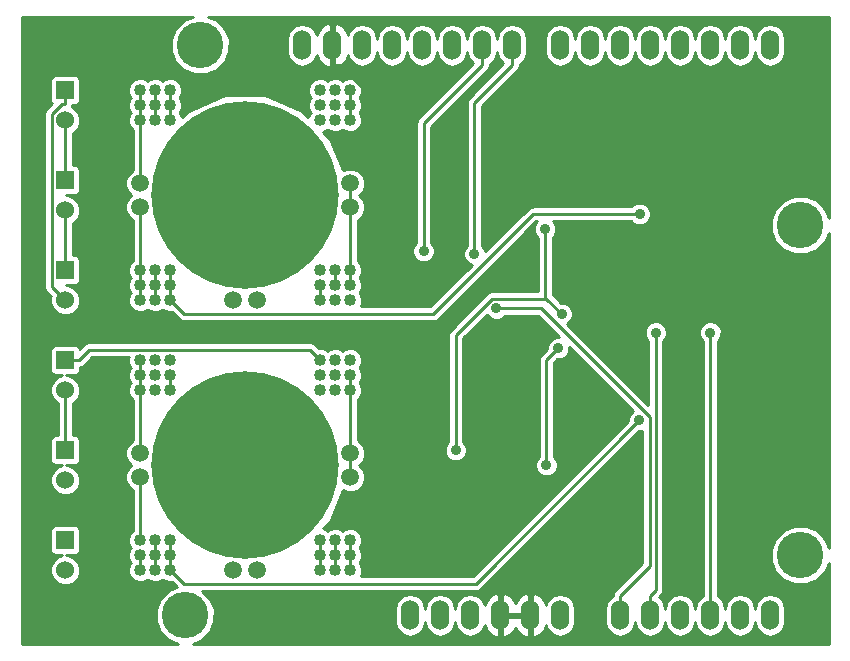
<source format=gbl>
G04 (created by PCBNEW (2013-07-07 BZR 4022)-stable) date 11/8/2017 12:14:33 PM*
%MOIN*%
G04 Gerber Fmt 3.4, Leading zero omitted, Abs format*
%FSLAX34Y34*%
G01*
G70*
G90*
G04 APERTURE LIST*
%ADD10C,0.00590551*%
%ADD11C,0.625*%
%ADD12C,0.04*%
%ADD13C,0.0590551*%
%ADD14R,0.06X0.06*%
%ADD15C,0.06*%
%ADD16O,0.06X0.1*%
%ADD17C,0.155*%
%ADD18C,0.035*%
%ADD19C,0.01*%
G04 APERTURE END LIST*
G54D10*
G54D11*
X85000Y-60500D03*
G54D12*
X82000Y-57500D03*
X82000Y-63500D03*
X81500Y-58000D03*
X82500Y-58000D03*
X82500Y-57000D03*
X81500Y-57000D03*
X82000Y-58000D03*
X81500Y-57500D03*
X82000Y-57000D03*
X82500Y-57500D03*
X81500Y-63000D03*
X82000Y-63000D03*
X82500Y-63000D03*
X82500Y-63500D03*
X82500Y-64000D03*
X82000Y-64000D03*
X81500Y-64000D03*
X81500Y-63500D03*
X87500Y-63000D03*
X88000Y-63000D03*
X88500Y-63000D03*
X88500Y-63500D03*
X88000Y-63500D03*
X87500Y-63500D03*
X87500Y-64000D03*
X88000Y-64000D03*
X88500Y-64000D03*
X87500Y-58000D03*
X87500Y-57500D03*
X87500Y-57000D03*
X88000Y-57000D03*
X88000Y-57500D03*
X88000Y-58000D03*
X88500Y-58000D03*
X88500Y-57500D03*
X88500Y-57000D03*
G54D13*
X84605Y-64000D03*
X85395Y-64000D03*
X81500Y-60105D03*
X81500Y-60895D03*
X88500Y-60895D03*
X88500Y-60105D03*
G54D14*
X79000Y-66000D03*
G54D15*
X79000Y-67000D03*
G54D14*
X79000Y-57000D03*
G54D15*
X79000Y-58000D03*
G54D14*
X79000Y-60000D03*
G54D15*
X79000Y-61000D03*
G54D14*
X79000Y-63000D03*
G54D15*
X79000Y-64000D03*
G54D14*
X79000Y-69000D03*
G54D15*
X79000Y-70000D03*
G54D14*
X79000Y-72000D03*
G54D15*
X79000Y-73000D03*
G54D16*
X102500Y-74500D03*
X101500Y-74500D03*
X100500Y-74500D03*
X97500Y-74500D03*
X98500Y-74500D03*
X99500Y-74500D03*
X95500Y-74500D03*
X94500Y-74500D03*
X93500Y-74500D03*
X91500Y-74500D03*
X90500Y-74500D03*
X102500Y-55500D03*
X101500Y-55500D03*
X100500Y-55500D03*
X99500Y-55500D03*
X98500Y-55500D03*
X97500Y-55500D03*
X96500Y-55500D03*
X95500Y-55500D03*
X93900Y-55500D03*
X92900Y-55500D03*
X91900Y-55500D03*
X90900Y-55500D03*
X89900Y-55500D03*
X88900Y-55500D03*
X87900Y-55500D03*
X86900Y-55500D03*
X92500Y-74500D03*
G54D17*
X103500Y-72500D03*
X103500Y-61500D03*
X83500Y-55500D03*
X83000Y-74500D03*
G54D11*
X85000Y-69500D03*
G54D12*
X82000Y-66500D03*
X82000Y-72500D03*
X81500Y-67000D03*
X82500Y-67000D03*
X82500Y-66000D03*
X81500Y-66000D03*
X82000Y-67000D03*
X81500Y-66500D03*
X82000Y-66000D03*
X82500Y-66500D03*
X81500Y-72000D03*
X82000Y-72000D03*
X82500Y-72000D03*
X82500Y-72500D03*
X82500Y-73000D03*
X82000Y-73000D03*
X81500Y-73000D03*
X81500Y-72500D03*
X87500Y-72000D03*
X88000Y-72000D03*
X88500Y-72000D03*
X88500Y-72500D03*
X88000Y-72500D03*
X87500Y-72500D03*
X87500Y-73000D03*
X88000Y-73000D03*
X88500Y-73000D03*
X87500Y-67000D03*
X87500Y-66500D03*
X87500Y-66000D03*
X88000Y-66000D03*
X88000Y-66500D03*
X88000Y-67000D03*
X88500Y-67000D03*
X88500Y-66500D03*
X88500Y-66000D03*
G54D13*
X84605Y-73000D03*
X85395Y-73000D03*
X81500Y-69105D03*
X81500Y-69895D03*
X88500Y-69895D03*
X88500Y-69105D03*
G54D18*
X92019Y-69000D03*
X95552Y-64456D03*
X94992Y-61629D03*
X90394Y-61493D03*
X92627Y-62456D03*
X98686Y-65083D03*
X100500Y-65082D03*
X93368Y-64267D03*
X90942Y-62362D03*
X95430Y-65600D03*
X95037Y-69498D03*
X98137Y-68000D03*
X98145Y-61124D03*
G54D19*
X94992Y-61629D02*
X94992Y-63942D01*
X95038Y-63942D02*
X94992Y-63942D01*
X95552Y-64456D02*
X95038Y-63942D01*
X92019Y-65153D02*
X92019Y-69000D01*
X93230Y-63942D02*
X92019Y-65153D01*
X94992Y-63942D02*
X93230Y-63942D01*
X90394Y-58395D02*
X90394Y-61493D01*
X88148Y-56150D02*
X90394Y-58395D01*
X87900Y-56150D02*
X88148Y-56150D01*
X87900Y-55500D02*
X87900Y-56150D01*
X93900Y-55500D02*
X93900Y-56150D01*
X92627Y-57422D02*
X92627Y-62456D01*
X93900Y-56150D02*
X92627Y-57422D01*
X98500Y-74500D02*
X98500Y-73849D01*
X98686Y-73663D02*
X98686Y-65083D01*
X98500Y-73849D02*
X98686Y-73663D01*
X100500Y-74500D02*
X100500Y-65082D01*
X97500Y-74500D02*
X97500Y-73849D01*
X94870Y-64267D02*
X93368Y-64267D01*
X98485Y-67882D02*
X94870Y-64267D01*
X98485Y-72864D02*
X98485Y-67882D01*
X97500Y-73849D02*
X98485Y-72864D01*
X92900Y-55500D02*
X92900Y-56150D01*
X90942Y-58107D02*
X90942Y-62362D01*
X92900Y-56150D02*
X90942Y-58107D01*
X95037Y-65992D02*
X95037Y-69498D01*
X95430Y-65600D02*
X95037Y-65992D01*
X79000Y-69000D02*
X79000Y-67000D01*
X81500Y-66000D02*
X81500Y-66500D01*
X82500Y-67000D02*
X82500Y-66500D01*
X81500Y-69105D02*
X81500Y-67000D01*
X81500Y-67000D02*
X81500Y-66500D01*
X81500Y-73000D02*
X81500Y-72500D01*
X82000Y-73000D02*
X82000Y-72500D01*
X82500Y-72500D02*
X82500Y-72000D01*
X82000Y-72000D02*
X82000Y-72500D01*
X81500Y-72000D02*
X81500Y-69895D01*
X82500Y-73000D02*
X82500Y-72500D01*
X92692Y-73445D02*
X98137Y-68000D01*
X82945Y-73445D02*
X92692Y-73445D01*
X82500Y-73000D02*
X82945Y-73445D01*
X88500Y-69105D02*
X88500Y-67000D01*
X88500Y-66500D02*
X88500Y-67000D01*
X88500Y-69105D02*
X88500Y-69895D01*
X87500Y-73000D02*
X87500Y-72500D01*
X87500Y-72500D02*
X87500Y-72000D01*
X88000Y-73000D02*
X88000Y-72500D01*
X88000Y-72500D02*
X88000Y-72000D01*
X88500Y-73000D02*
X88500Y-72500D01*
X88500Y-72500D02*
X88500Y-72000D01*
X79801Y-65648D02*
X79450Y-66000D01*
X87148Y-65648D02*
X79801Y-65648D01*
X87500Y-66000D02*
X87148Y-65648D01*
X79000Y-66000D02*
X79450Y-66000D01*
X79000Y-63000D02*
X79000Y-61000D01*
X81500Y-60895D02*
X81500Y-63000D01*
X81500Y-64000D02*
X81500Y-63500D01*
X81500Y-63500D02*
X81500Y-63000D01*
X82000Y-64000D02*
X82000Y-63500D01*
X82500Y-63500D02*
X82500Y-63000D01*
X82000Y-63000D02*
X82000Y-63500D01*
X82500Y-64000D02*
X82500Y-63500D01*
X94601Y-61124D02*
X98145Y-61124D01*
X91273Y-64452D02*
X94601Y-61124D01*
X82952Y-64452D02*
X91273Y-64452D01*
X82500Y-64000D02*
X82952Y-64452D01*
X79000Y-60000D02*
X79000Y-58000D01*
X81500Y-60105D02*
X81500Y-58000D01*
X82000Y-57000D02*
X82000Y-57500D01*
X82000Y-58000D02*
X82000Y-57500D01*
X81500Y-57000D02*
X81500Y-57500D01*
X81500Y-57500D02*
X81500Y-58000D01*
X82500Y-57000D02*
X82500Y-57500D01*
X82500Y-57500D02*
X82500Y-58000D01*
X78887Y-57450D02*
X79000Y-57450D01*
X78549Y-57787D02*
X78887Y-57450D01*
X78549Y-63549D02*
X78549Y-57787D01*
X79000Y-64000D02*
X78549Y-63549D01*
X79000Y-57000D02*
X79000Y-57450D01*
X88500Y-60105D02*
X88500Y-60895D01*
X88500Y-57000D02*
X88500Y-57500D01*
X88500Y-57500D02*
X88500Y-58000D01*
X87500Y-64000D02*
X87500Y-63500D01*
X88000Y-63500D02*
X88000Y-63000D01*
X88500Y-60895D02*
X88500Y-63000D01*
X88500Y-63000D02*
X88500Y-63500D01*
G54D10*
G36*
X104450Y-75450D02*
X96000Y-75450D01*
X96000Y-74713D01*
X96000Y-74286D01*
X95961Y-74094D01*
X95853Y-73932D01*
X95691Y-73824D01*
X95500Y-73786D01*
X95308Y-73824D01*
X95146Y-73932D01*
X95038Y-74094D01*
X95024Y-74163D01*
X94988Y-74043D01*
X94853Y-73875D01*
X94664Y-73772D01*
X94635Y-73766D01*
X94550Y-73815D01*
X94550Y-74450D01*
X94557Y-74450D01*
X94557Y-74550D01*
X94550Y-74550D01*
X94550Y-75184D01*
X94635Y-75233D01*
X94664Y-75227D01*
X94853Y-75124D01*
X94988Y-74956D01*
X95024Y-74836D01*
X95038Y-74905D01*
X95146Y-75067D01*
X95308Y-75175D01*
X95500Y-75213D01*
X95691Y-75175D01*
X95853Y-75067D01*
X95961Y-74905D01*
X96000Y-74713D01*
X96000Y-75450D01*
X94450Y-75450D01*
X94450Y-75184D01*
X94450Y-74550D01*
X94450Y-74450D01*
X94450Y-73815D01*
X94364Y-73766D01*
X94335Y-73772D01*
X94146Y-73875D01*
X94011Y-74043D01*
X94000Y-74080D01*
X93988Y-74043D01*
X93853Y-73875D01*
X93664Y-73772D01*
X93635Y-73766D01*
X93550Y-73815D01*
X93550Y-74450D01*
X93950Y-74450D01*
X94050Y-74450D01*
X94450Y-74450D01*
X94450Y-74550D01*
X94050Y-74550D01*
X93950Y-74550D01*
X93550Y-74550D01*
X93550Y-75184D01*
X93635Y-75233D01*
X93664Y-75227D01*
X93853Y-75124D01*
X93988Y-74956D01*
X94000Y-74919D01*
X94011Y-74956D01*
X94146Y-75124D01*
X94335Y-75227D01*
X94364Y-75233D01*
X94450Y-75184D01*
X94450Y-75450D01*
X93450Y-75450D01*
X93450Y-75184D01*
X93450Y-74550D01*
X93442Y-74550D01*
X93442Y-74450D01*
X93450Y-74450D01*
X93450Y-73815D01*
X93364Y-73766D01*
X93335Y-73772D01*
X93146Y-73875D01*
X93011Y-74043D01*
X92975Y-74163D01*
X92961Y-74094D01*
X92853Y-73932D01*
X92691Y-73824D01*
X92500Y-73786D01*
X92308Y-73824D01*
X92146Y-73932D01*
X92038Y-74094D01*
X92000Y-74286D01*
X91961Y-74094D01*
X91853Y-73932D01*
X91691Y-73824D01*
X91500Y-73786D01*
X91308Y-73824D01*
X91146Y-73932D01*
X91038Y-74094D01*
X91000Y-74286D01*
X90961Y-74094D01*
X90853Y-73932D01*
X90691Y-73824D01*
X90500Y-73786D01*
X90308Y-73824D01*
X90146Y-73932D01*
X90038Y-74094D01*
X90000Y-74286D01*
X90000Y-74713D01*
X90038Y-74905D01*
X90146Y-75067D01*
X90308Y-75175D01*
X90500Y-75213D01*
X90691Y-75175D01*
X90853Y-75067D01*
X90961Y-74905D01*
X91000Y-74713D01*
X91038Y-74905D01*
X91146Y-75067D01*
X91308Y-75175D01*
X91500Y-75213D01*
X91691Y-75175D01*
X91853Y-75067D01*
X91961Y-74905D01*
X92000Y-74713D01*
X92038Y-74905D01*
X92146Y-75067D01*
X92308Y-75175D01*
X92500Y-75213D01*
X92691Y-75175D01*
X92853Y-75067D01*
X92961Y-74905D01*
X92975Y-74836D01*
X93011Y-74956D01*
X93146Y-75124D01*
X93335Y-75227D01*
X93364Y-75233D01*
X93450Y-75184D01*
X93450Y-75450D01*
X83254Y-75450D01*
X83551Y-75327D01*
X83826Y-75053D01*
X83974Y-74694D01*
X83975Y-74306D01*
X83827Y-73948D01*
X83574Y-73695D01*
X92692Y-73695D01*
X92787Y-73676D01*
X92868Y-73622D01*
X98116Y-68374D01*
X98211Y-68375D01*
X98235Y-68365D01*
X98235Y-72761D01*
X97323Y-73673D01*
X97269Y-73754D01*
X97250Y-73849D01*
X97250Y-73863D01*
X97146Y-73932D01*
X97038Y-74094D01*
X97000Y-74286D01*
X97000Y-74713D01*
X97038Y-74905D01*
X97146Y-75067D01*
X97308Y-75175D01*
X97500Y-75213D01*
X97691Y-75175D01*
X97853Y-75067D01*
X97961Y-74905D01*
X98000Y-74713D01*
X98038Y-74905D01*
X98146Y-75067D01*
X98308Y-75175D01*
X98500Y-75213D01*
X98691Y-75175D01*
X98853Y-75067D01*
X98961Y-74905D01*
X99000Y-74713D01*
X99038Y-74905D01*
X99146Y-75067D01*
X99308Y-75175D01*
X99500Y-75213D01*
X99691Y-75175D01*
X99853Y-75067D01*
X99961Y-74905D01*
X100000Y-74713D01*
X100038Y-74905D01*
X100146Y-75067D01*
X100308Y-75175D01*
X100500Y-75213D01*
X100691Y-75175D01*
X100853Y-75067D01*
X100961Y-74905D01*
X101000Y-74713D01*
X101038Y-74905D01*
X101146Y-75067D01*
X101308Y-75175D01*
X101500Y-75213D01*
X101691Y-75175D01*
X101853Y-75067D01*
X101961Y-74905D01*
X102000Y-74713D01*
X102038Y-74905D01*
X102146Y-75067D01*
X102308Y-75175D01*
X102500Y-75213D01*
X102691Y-75175D01*
X102853Y-75067D01*
X102961Y-74905D01*
X103000Y-74713D01*
X103000Y-74286D01*
X102961Y-74094D01*
X102853Y-73932D01*
X102691Y-73824D01*
X102500Y-73786D01*
X102308Y-73824D01*
X102146Y-73932D01*
X102038Y-74094D01*
X102000Y-74286D01*
X101961Y-74094D01*
X101853Y-73932D01*
X101691Y-73824D01*
X101500Y-73786D01*
X101308Y-73824D01*
X101146Y-73932D01*
X101038Y-74094D01*
X101000Y-74286D01*
X100961Y-74094D01*
X100853Y-73932D01*
X100750Y-73863D01*
X100750Y-65362D01*
X100817Y-65294D01*
X100874Y-65157D01*
X100875Y-65007D01*
X100818Y-64869D01*
X100712Y-64764D01*
X100574Y-64707D01*
X100425Y-64707D01*
X100287Y-64764D01*
X100182Y-64869D01*
X100125Y-65007D01*
X100124Y-65156D01*
X100181Y-65294D01*
X100250Y-65362D01*
X100250Y-73863D01*
X100146Y-73932D01*
X100038Y-74094D01*
X100000Y-74286D01*
X99961Y-74094D01*
X99853Y-73932D01*
X99691Y-73824D01*
X99500Y-73786D01*
X99308Y-73824D01*
X99146Y-73932D01*
X99038Y-74094D01*
X99000Y-74286D01*
X98961Y-74094D01*
X98853Y-73932D01*
X98803Y-73899D01*
X98863Y-73840D01*
X98863Y-73840D01*
X98863Y-73840D01*
X98917Y-73759D01*
X98917Y-73759D01*
X98936Y-73663D01*
X98936Y-65363D01*
X99004Y-65296D01*
X99061Y-65158D01*
X99061Y-65009D01*
X99004Y-64871D01*
X98899Y-64765D01*
X98761Y-64708D01*
X98612Y-64708D01*
X98474Y-64765D01*
X98368Y-64870D01*
X98311Y-65008D01*
X98311Y-65157D01*
X98368Y-65295D01*
X98436Y-65363D01*
X98436Y-67479D01*
X95741Y-64784D01*
X95765Y-64774D01*
X95870Y-64669D01*
X95927Y-64531D01*
X95928Y-64382D01*
X95871Y-64244D01*
X95765Y-64138D01*
X95627Y-64081D01*
X95531Y-64081D01*
X95242Y-63792D01*
X95242Y-61909D01*
X95309Y-61841D01*
X95366Y-61704D01*
X95367Y-61555D01*
X95310Y-61417D01*
X95267Y-61374D01*
X97865Y-61374D01*
X97933Y-61442D01*
X98070Y-61499D01*
X98219Y-61499D01*
X98357Y-61442D01*
X98463Y-61337D01*
X98520Y-61199D01*
X98520Y-61050D01*
X98463Y-60912D01*
X98358Y-60807D01*
X98220Y-60749D01*
X98071Y-60749D01*
X97933Y-60806D01*
X97865Y-60874D01*
X94601Y-60874D01*
X94601Y-60874D01*
X94582Y-60878D01*
X94505Y-60893D01*
X94424Y-60947D01*
X94424Y-60947D01*
X92999Y-62373D01*
X92945Y-62244D01*
X92877Y-62176D01*
X92877Y-57525D01*
X94076Y-56326D01*
X94076Y-56326D01*
X94076Y-56326D01*
X94130Y-56245D01*
X94130Y-56245D01*
X94146Y-56169D01*
X94150Y-56150D01*
X94149Y-56150D01*
X94150Y-56150D01*
X94150Y-56136D01*
X94253Y-56067D01*
X94361Y-55905D01*
X94400Y-55713D01*
X94400Y-55286D01*
X94361Y-55094D01*
X94253Y-54932D01*
X94091Y-54824D01*
X93900Y-54786D01*
X93708Y-54824D01*
X93546Y-54932D01*
X93438Y-55094D01*
X93400Y-55286D01*
X93361Y-55094D01*
X93253Y-54932D01*
X93091Y-54824D01*
X92900Y-54786D01*
X92708Y-54824D01*
X92546Y-54932D01*
X92438Y-55094D01*
X92400Y-55286D01*
X92361Y-55094D01*
X92253Y-54932D01*
X92091Y-54824D01*
X91900Y-54786D01*
X91708Y-54824D01*
X91546Y-54932D01*
X91438Y-55094D01*
X91400Y-55286D01*
X91361Y-55094D01*
X91253Y-54932D01*
X91091Y-54824D01*
X90900Y-54786D01*
X90708Y-54824D01*
X90546Y-54932D01*
X90438Y-55094D01*
X90400Y-55286D01*
X90361Y-55094D01*
X90253Y-54932D01*
X90091Y-54824D01*
X89900Y-54786D01*
X89708Y-54824D01*
X89546Y-54932D01*
X89438Y-55094D01*
X89400Y-55286D01*
X89361Y-55094D01*
X89253Y-54932D01*
X89091Y-54824D01*
X88900Y-54786D01*
X88708Y-54824D01*
X88546Y-54932D01*
X88438Y-55094D01*
X88424Y-55163D01*
X88388Y-55043D01*
X88253Y-54875D01*
X88064Y-54772D01*
X88035Y-54766D01*
X87950Y-54815D01*
X87950Y-55450D01*
X87957Y-55450D01*
X87957Y-55550D01*
X87950Y-55550D01*
X87950Y-56184D01*
X88035Y-56233D01*
X88064Y-56227D01*
X88253Y-56124D01*
X88388Y-55956D01*
X88424Y-55836D01*
X88438Y-55905D01*
X88546Y-56067D01*
X88708Y-56175D01*
X88900Y-56213D01*
X89091Y-56175D01*
X89253Y-56067D01*
X89361Y-55905D01*
X89400Y-55713D01*
X89438Y-55905D01*
X89546Y-56067D01*
X89708Y-56175D01*
X89900Y-56213D01*
X90091Y-56175D01*
X90253Y-56067D01*
X90361Y-55905D01*
X90400Y-55713D01*
X90438Y-55905D01*
X90546Y-56067D01*
X90708Y-56175D01*
X90900Y-56213D01*
X91091Y-56175D01*
X91253Y-56067D01*
X91361Y-55905D01*
X91400Y-55713D01*
X91438Y-55905D01*
X91546Y-56067D01*
X91708Y-56175D01*
X91900Y-56213D01*
X92091Y-56175D01*
X92253Y-56067D01*
X92361Y-55905D01*
X92400Y-55713D01*
X92438Y-55905D01*
X92546Y-56067D01*
X92596Y-56100D01*
X90765Y-57931D01*
X90711Y-58012D01*
X90692Y-58107D01*
X90692Y-62082D01*
X90624Y-62149D01*
X90567Y-62287D01*
X90567Y-62436D01*
X90624Y-62574D01*
X90729Y-62680D01*
X90867Y-62737D01*
X91016Y-62737D01*
X91154Y-62680D01*
X91259Y-62575D01*
X91317Y-62437D01*
X91317Y-62288D01*
X91260Y-62150D01*
X91192Y-62082D01*
X91192Y-58211D01*
X93076Y-56326D01*
X93130Y-56245D01*
X93150Y-56150D01*
X93150Y-56136D01*
X93253Y-56067D01*
X93361Y-55905D01*
X93400Y-55713D01*
X93438Y-55905D01*
X93546Y-56067D01*
X93596Y-56100D01*
X92450Y-57245D01*
X92396Y-57326D01*
X92377Y-57422D01*
X92377Y-62176D01*
X92309Y-62243D01*
X92252Y-62381D01*
X92252Y-62530D01*
X92309Y-62668D01*
X92414Y-62774D01*
X92544Y-62828D01*
X91170Y-64202D01*
X88848Y-64202D01*
X88899Y-64079D01*
X88900Y-63920D01*
X88839Y-63773D01*
X88815Y-63750D01*
X88838Y-63726D01*
X88899Y-63579D01*
X88900Y-63420D01*
X88839Y-63273D01*
X88815Y-63250D01*
X88838Y-63226D01*
X88899Y-63079D01*
X88900Y-62920D01*
X88839Y-62773D01*
X88750Y-62684D01*
X88750Y-61327D01*
X88780Y-61315D01*
X88919Y-61175D01*
X88995Y-60993D01*
X88995Y-60796D01*
X88920Y-60614D01*
X88805Y-60499D01*
X88919Y-60385D01*
X88995Y-60203D01*
X88995Y-60006D01*
X88920Y-59824D01*
X88780Y-59685D01*
X88598Y-59609D01*
X88401Y-59609D01*
X88254Y-59670D01*
X87820Y-58618D01*
X87595Y-58393D01*
X87726Y-58339D01*
X87749Y-58315D01*
X87773Y-58338D01*
X87920Y-58399D01*
X88079Y-58400D01*
X88226Y-58339D01*
X88249Y-58315D01*
X88273Y-58338D01*
X88420Y-58399D01*
X88579Y-58400D01*
X88726Y-58339D01*
X88838Y-58226D01*
X88899Y-58079D01*
X88900Y-57920D01*
X88839Y-57773D01*
X88815Y-57750D01*
X88838Y-57726D01*
X88899Y-57579D01*
X88900Y-57420D01*
X88839Y-57273D01*
X88815Y-57250D01*
X88838Y-57226D01*
X88899Y-57079D01*
X88900Y-56920D01*
X88839Y-56773D01*
X88726Y-56661D01*
X88579Y-56600D01*
X88420Y-56599D01*
X88273Y-56660D01*
X88250Y-56684D01*
X88226Y-56661D01*
X88079Y-56600D01*
X87920Y-56599D01*
X87850Y-56629D01*
X87850Y-56184D01*
X87850Y-55550D01*
X87842Y-55550D01*
X87842Y-55450D01*
X87850Y-55450D01*
X87850Y-54815D01*
X87764Y-54766D01*
X87735Y-54772D01*
X87546Y-54875D01*
X87411Y-55043D01*
X87375Y-55163D01*
X87361Y-55094D01*
X87253Y-54932D01*
X87091Y-54824D01*
X86900Y-54786D01*
X86708Y-54824D01*
X86546Y-54932D01*
X86438Y-55094D01*
X86400Y-55286D01*
X86400Y-55713D01*
X86438Y-55905D01*
X86546Y-56067D01*
X86708Y-56175D01*
X86900Y-56213D01*
X87091Y-56175D01*
X87253Y-56067D01*
X87361Y-55905D01*
X87375Y-55836D01*
X87411Y-55956D01*
X87546Y-56124D01*
X87735Y-56227D01*
X87764Y-56233D01*
X87850Y-56184D01*
X87850Y-56629D01*
X87773Y-56660D01*
X87750Y-56684D01*
X87726Y-56661D01*
X87579Y-56600D01*
X87420Y-56599D01*
X87273Y-56660D01*
X87161Y-56773D01*
X87100Y-56920D01*
X87099Y-57079D01*
X87160Y-57226D01*
X87184Y-57249D01*
X87161Y-57273D01*
X87100Y-57420D01*
X87099Y-57579D01*
X87160Y-57726D01*
X87184Y-57749D01*
X87161Y-57773D01*
X87106Y-57904D01*
X86885Y-57682D01*
X85664Y-57175D01*
X84341Y-57174D01*
X83118Y-57679D01*
X82893Y-57904D01*
X82839Y-57773D01*
X82815Y-57750D01*
X82838Y-57726D01*
X82899Y-57579D01*
X82900Y-57420D01*
X82839Y-57273D01*
X82815Y-57250D01*
X82838Y-57226D01*
X82899Y-57079D01*
X82900Y-56920D01*
X82839Y-56773D01*
X82726Y-56661D01*
X82579Y-56600D01*
X82420Y-56599D01*
X82273Y-56660D01*
X82250Y-56684D01*
X82226Y-56661D01*
X82079Y-56600D01*
X81920Y-56599D01*
X81773Y-56660D01*
X81750Y-56684D01*
X81726Y-56661D01*
X81579Y-56600D01*
X81420Y-56599D01*
X81273Y-56660D01*
X81161Y-56773D01*
X81100Y-56920D01*
X81099Y-57079D01*
X81160Y-57226D01*
X81184Y-57249D01*
X81161Y-57273D01*
X81100Y-57420D01*
X81099Y-57579D01*
X81160Y-57726D01*
X81184Y-57749D01*
X81161Y-57773D01*
X81100Y-57920D01*
X81099Y-58079D01*
X81160Y-58226D01*
X81250Y-58315D01*
X81250Y-59672D01*
X81219Y-59684D01*
X81080Y-59824D01*
X81004Y-60006D01*
X81004Y-60203D01*
X81079Y-60385D01*
X81194Y-60500D01*
X81080Y-60614D01*
X81004Y-60796D01*
X81004Y-60993D01*
X81079Y-61175D01*
X81219Y-61314D01*
X81250Y-61327D01*
X81250Y-62684D01*
X81161Y-62773D01*
X81100Y-62920D01*
X81099Y-63079D01*
X81160Y-63226D01*
X81184Y-63249D01*
X81161Y-63273D01*
X81100Y-63420D01*
X81099Y-63579D01*
X81160Y-63726D01*
X81184Y-63749D01*
X81161Y-63773D01*
X81100Y-63920D01*
X81099Y-64079D01*
X81160Y-64226D01*
X81273Y-64338D01*
X81420Y-64399D01*
X81579Y-64400D01*
X81726Y-64339D01*
X81749Y-64315D01*
X81773Y-64338D01*
X81920Y-64399D01*
X82079Y-64400D01*
X82226Y-64339D01*
X82249Y-64315D01*
X82273Y-64338D01*
X82420Y-64399D01*
X82546Y-64400D01*
X82775Y-64629D01*
X82775Y-64629D01*
X82856Y-64683D01*
X82856Y-64683D01*
X82933Y-64698D01*
X82952Y-64702D01*
X82952Y-64702D01*
X82952Y-64702D01*
X91273Y-64702D01*
X91369Y-64683D01*
X91450Y-64629D01*
X94705Y-61374D01*
X94716Y-61374D01*
X94674Y-61416D01*
X94617Y-61554D01*
X94616Y-61703D01*
X94673Y-61841D01*
X94742Y-61909D01*
X94742Y-63692D01*
X93230Y-63692D01*
X93230Y-63692D01*
X93211Y-63696D01*
X93135Y-63711D01*
X93054Y-63765D01*
X93054Y-63765D01*
X91842Y-64977D01*
X91788Y-65058D01*
X91769Y-65153D01*
X91769Y-68719D01*
X91701Y-68787D01*
X91644Y-68925D01*
X91644Y-69074D01*
X91701Y-69212D01*
X91806Y-69317D01*
X91944Y-69374D01*
X92093Y-69375D01*
X92231Y-69318D01*
X92337Y-69212D01*
X92394Y-69074D01*
X92394Y-68925D01*
X92337Y-68787D01*
X92269Y-68719D01*
X92269Y-65257D01*
X93049Y-64477D01*
X93050Y-64479D01*
X93155Y-64585D01*
X93293Y-64642D01*
X93442Y-64642D01*
X93580Y-64585D01*
X93648Y-64517D01*
X94767Y-64517D01*
X95474Y-65225D01*
X95355Y-65224D01*
X95218Y-65281D01*
X95112Y-65387D01*
X95055Y-65525D01*
X95055Y-65621D01*
X94861Y-65815D01*
X94806Y-65896D01*
X94787Y-65992D01*
X94787Y-69218D01*
X94720Y-69285D01*
X94662Y-69423D01*
X94662Y-69572D01*
X94719Y-69710D01*
X94825Y-69816D01*
X94962Y-69873D01*
X95112Y-69873D01*
X95250Y-69816D01*
X95355Y-69711D01*
X95412Y-69573D01*
X95412Y-69424D01*
X95356Y-69286D01*
X95287Y-69218D01*
X95287Y-66095D01*
X95408Y-65974D01*
X95504Y-65975D01*
X95642Y-65918D01*
X95747Y-65812D01*
X95805Y-65674D01*
X95805Y-65555D01*
X97929Y-67680D01*
X97925Y-67681D01*
X97819Y-67787D01*
X97762Y-67925D01*
X97762Y-68021D01*
X92588Y-73195D01*
X88851Y-73195D01*
X88899Y-73079D01*
X88900Y-72920D01*
X88839Y-72773D01*
X88815Y-72750D01*
X88838Y-72726D01*
X88899Y-72579D01*
X88900Y-72420D01*
X88839Y-72273D01*
X88815Y-72250D01*
X88838Y-72226D01*
X88899Y-72079D01*
X88900Y-71920D01*
X88839Y-71773D01*
X88726Y-71661D01*
X88579Y-71600D01*
X88420Y-71599D01*
X88273Y-71660D01*
X88250Y-71684D01*
X88226Y-71661D01*
X88079Y-71600D01*
X87920Y-71599D01*
X87773Y-71660D01*
X87750Y-71684D01*
X87726Y-71661D01*
X87595Y-71606D01*
X87817Y-71385D01*
X88255Y-70329D01*
X88401Y-70390D01*
X88598Y-70390D01*
X88780Y-70315D01*
X88919Y-70175D01*
X88995Y-69993D01*
X88995Y-69796D01*
X88920Y-69614D01*
X88805Y-69499D01*
X88919Y-69385D01*
X88995Y-69203D01*
X88995Y-69006D01*
X88920Y-68824D01*
X88780Y-68685D01*
X88750Y-68672D01*
X88750Y-67315D01*
X88838Y-67226D01*
X88899Y-67079D01*
X88900Y-66920D01*
X88839Y-66773D01*
X88815Y-66750D01*
X88838Y-66726D01*
X88899Y-66579D01*
X88900Y-66420D01*
X88839Y-66273D01*
X88815Y-66250D01*
X88838Y-66226D01*
X88899Y-66079D01*
X88900Y-65920D01*
X88839Y-65773D01*
X88726Y-65661D01*
X88579Y-65600D01*
X88420Y-65599D01*
X88273Y-65660D01*
X88250Y-65684D01*
X88226Y-65661D01*
X88079Y-65600D01*
X87920Y-65599D01*
X87773Y-65660D01*
X87750Y-65684D01*
X87726Y-65661D01*
X87579Y-65600D01*
X87453Y-65599D01*
X87325Y-65471D01*
X87244Y-65417D01*
X87148Y-65398D01*
X79801Y-65398D01*
X79801Y-65398D01*
X79782Y-65402D01*
X79706Y-65417D01*
X79624Y-65471D01*
X79624Y-65471D01*
X79500Y-65596D01*
X79500Y-63900D01*
X79424Y-63717D01*
X79283Y-63576D01*
X79099Y-63500D01*
X79039Y-63500D01*
X79339Y-63500D01*
X79413Y-63469D01*
X79469Y-63413D01*
X79499Y-63339D01*
X79500Y-63260D01*
X79500Y-62660D01*
X79469Y-62586D01*
X79413Y-62530D01*
X79339Y-62500D01*
X79260Y-62499D01*
X79250Y-62499D01*
X79250Y-61437D01*
X79282Y-61424D01*
X79423Y-61283D01*
X79499Y-61099D01*
X79500Y-60900D01*
X79424Y-60717D01*
X79283Y-60576D01*
X79099Y-60500D01*
X79039Y-60500D01*
X79339Y-60500D01*
X79413Y-60469D01*
X79469Y-60413D01*
X79499Y-60339D01*
X79500Y-60260D01*
X79500Y-59660D01*
X79469Y-59586D01*
X79413Y-59530D01*
X79339Y-59500D01*
X79260Y-59499D01*
X79250Y-59499D01*
X79250Y-58437D01*
X79282Y-58424D01*
X79423Y-58283D01*
X79499Y-58099D01*
X79500Y-57900D01*
X79424Y-57717D01*
X79283Y-57576D01*
X79226Y-57552D01*
X79230Y-57545D01*
X79240Y-57500D01*
X79339Y-57500D01*
X79413Y-57469D01*
X79469Y-57413D01*
X79499Y-57339D01*
X79500Y-57260D01*
X79500Y-56660D01*
X79469Y-56586D01*
X79413Y-56530D01*
X79339Y-56500D01*
X79260Y-56499D01*
X78660Y-56499D01*
X78586Y-56530D01*
X78530Y-56586D01*
X78500Y-56660D01*
X78499Y-56739D01*
X78499Y-57339D01*
X78530Y-57413D01*
X78550Y-57433D01*
X78373Y-57610D01*
X78318Y-57692D01*
X78299Y-57787D01*
X78299Y-63549D01*
X78318Y-63645D01*
X78373Y-63726D01*
X78513Y-63867D01*
X78500Y-63900D01*
X78499Y-64099D01*
X78575Y-64282D01*
X78716Y-64423D01*
X78900Y-64499D01*
X79099Y-64500D01*
X79282Y-64424D01*
X79423Y-64283D01*
X79499Y-64099D01*
X79500Y-63900D01*
X79500Y-65596D01*
X79481Y-65615D01*
X79469Y-65586D01*
X79413Y-65530D01*
X79339Y-65500D01*
X79260Y-65499D01*
X78660Y-65499D01*
X78586Y-65530D01*
X78530Y-65586D01*
X78500Y-65660D01*
X78499Y-65739D01*
X78499Y-66339D01*
X78530Y-66413D01*
X78586Y-66469D01*
X78660Y-66499D01*
X78739Y-66500D01*
X78900Y-66500D01*
X78717Y-66575D01*
X78576Y-66716D01*
X78500Y-66900D01*
X78499Y-67099D01*
X78575Y-67282D01*
X78716Y-67423D01*
X78750Y-67437D01*
X78750Y-68499D01*
X78660Y-68499D01*
X78586Y-68530D01*
X78530Y-68586D01*
X78500Y-68660D01*
X78499Y-68739D01*
X78499Y-69339D01*
X78530Y-69413D01*
X78586Y-69469D01*
X78660Y-69499D01*
X78739Y-69500D01*
X78900Y-69500D01*
X78717Y-69575D01*
X78576Y-69716D01*
X78500Y-69900D01*
X78499Y-70099D01*
X78575Y-70282D01*
X78716Y-70423D01*
X78900Y-70499D01*
X79099Y-70500D01*
X79282Y-70424D01*
X79423Y-70283D01*
X79499Y-70099D01*
X79500Y-69900D01*
X79424Y-69717D01*
X79283Y-69576D01*
X79099Y-69500D01*
X79039Y-69500D01*
X79339Y-69500D01*
X79413Y-69469D01*
X79469Y-69413D01*
X79499Y-69339D01*
X79500Y-69260D01*
X79500Y-68660D01*
X79469Y-68586D01*
X79413Y-68530D01*
X79339Y-68500D01*
X79260Y-68499D01*
X79250Y-68499D01*
X79250Y-67437D01*
X79282Y-67424D01*
X79423Y-67283D01*
X79499Y-67099D01*
X79500Y-66900D01*
X79424Y-66717D01*
X79283Y-66576D01*
X79099Y-66500D01*
X79039Y-66500D01*
X79339Y-66500D01*
X79413Y-66469D01*
X79469Y-66413D01*
X79499Y-66339D01*
X79500Y-66260D01*
X79500Y-66240D01*
X79545Y-66230D01*
X79626Y-66176D01*
X79905Y-65898D01*
X81109Y-65898D01*
X81100Y-65920D01*
X81099Y-66079D01*
X81160Y-66226D01*
X81184Y-66249D01*
X81161Y-66273D01*
X81100Y-66420D01*
X81099Y-66579D01*
X81160Y-66726D01*
X81184Y-66749D01*
X81161Y-66773D01*
X81100Y-66920D01*
X81099Y-67079D01*
X81160Y-67226D01*
X81250Y-67315D01*
X81250Y-68672D01*
X81219Y-68684D01*
X81080Y-68824D01*
X81004Y-69006D01*
X81004Y-69203D01*
X81079Y-69385D01*
X81194Y-69500D01*
X81080Y-69614D01*
X81004Y-69796D01*
X81004Y-69993D01*
X81079Y-70175D01*
X81219Y-70314D01*
X81250Y-70327D01*
X81250Y-71684D01*
X81161Y-71773D01*
X81100Y-71920D01*
X81099Y-72079D01*
X81160Y-72226D01*
X81184Y-72249D01*
X81161Y-72273D01*
X81100Y-72420D01*
X81099Y-72579D01*
X81160Y-72726D01*
X81184Y-72749D01*
X81161Y-72773D01*
X81100Y-72920D01*
X81099Y-73079D01*
X81160Y-73226D01*
X81273Y-73338D01*
X81420Y-73399D01*
X81579Y-73400D01*
X81726Y-73339D01*
X81749Y-73315D01*
X81773Y-73338D01*
X81920Y-73399D01*
X82079Y-73400D01*
X82226Y-73339D01*
X82249Y-73315D01*
X82273Y-73338D01*
X82420Y-73399D01*
X82546Y-73400D01*
X82710Y-73564D01*
X82448Y-73672D01*
X82173Y-73946D01*
X82025Y-74305D01*
X82024Y-74693D01*
X82172Y-75051D01*
X82446Y-75326D01*
X82745Y-75450D01*
X79500Y-75450D01*
X79500Y-72900D01*
X79424Y-72717D01*
X79283Y-72576D01*
X79099Y-72500D01*
X79039Y-72500D01*
X79339Y-72500D01*
X79413Y-72469D01*
X79469Y-72413D01*
X79499Y-72339D01*
X79500Y-72260D01*
X79500Y-71660D01*
X79469Y-71586D01*
X79413Y-71530D01*
X79339Y-71500D01*
X79260Y-71499D01*
X78660Y-71499D01*
X78586Y-71530D01*
X78530Y-71586D01*
X78500Y-71660D01*
X78499Y-71739D01*
X78499Y-72339D01*
X78530Y-72413D01*
X78586Y-72469D01*
X78660Y-72499D01*
X78739Y-72500D01*
X78900Y-72500D01*
X78717Y-72575D01*
X78576Y-72716D01*
X78500Y-72900D01*
X78499Y-73099D01*
X78575Y-73282D01*
X78716Y-73423D01*
X78900Y-73499D01*
X79099Y-73500D01*
X79282Y-73424D01*
X79423Y-73283D01*
X79499Y-73099D01*
X79500Y-72900D01*
X79500Y-75450D01*
X77550Y-75450D01*
X77550Y-54550D01*
X83245Y-54550D01*
X82948Y-54672D01*
X82673Y-54946D01*
X82525Y-55305D01*
X82524Y-55693D01*
X82672Y-56051D01*
X82946Y-56326D01*
X83305Y-56474D01*
X83693Y-56475D01*
X84051Y-56327D01*
X84326Y-56053D01*
X84474Y-55694D01*
X84475Y-55306D01*
X84327Y-54948D01*
X84053Y-54673D01*
X83754Y-54550D01*
X104450Y-54550D01*
X104450Y-61245D01*
X104327Y-60948D01*
X104053Y-60673D01*
X103694Y-60525D01*
X103306Y-60524D01*
X103000Y-60651D01*
X103000Y-55713D01*
X103000Y-55286D01*
X102961Y-55094D01*
X102853Y-54932D01*
X102691Y-54824D01*
X102500Y-54786D01*
X102308Y-54824D01*
X102146Y-54932D01*
X102038Y-55094D01*
X102000Y-55286D01*
X101961Y-55094D01*
X101853Y-54932D01*
X101691Y-54824D01*
X101500Y-54786D01*
X101308Y-54824D01*
X101146Y-54932D01*
X101038Y-55094D01*
X101000Y-55286D01*
X100961Y-55094D01*
X100853Y-54932D01*
X100691Y-54824D01*
X100500Y-54786D01*
X100308Y-54824D01*
X100146Y-54932D01*
X100038Y-55094D01*
X100000Y-55286D01*
X99961Y-55094D01*
X99853Y-54932D01*
X99691Y-54824D01*
X99500Y-54786D01*
X99308Y-54824D01*
X99146Y-54932D01*
X99038Y-55094D01*
X99000Y-55286D01*
X98961Y-55094D01*
X98853Y-54932D01*
X98691Y-54824D01*
X98500Y-54786D01*
X98308Y-54824D01*
X98146Y-54932D01*
X98038Y-55094D01*
X98000Y-55286D01*
X97961Y-55094D01*
X97853Y-54932D01*
X97691Y-54824D01*
X97500Y-54786D01*
X97308Y-54824D01*
X97146Y-54932D01*
X97038Y-55094D01*
X97000Y-55286D01*
X96961Y-55094D01*
X96853Y-54932D01*
X96691Y-54824D01*
X96500Y-54786D01*
X96308Y-54824D01*
X96146Y-54932D01*
X96038Y-55094D01*
X96000Y-55286D01*
X95961Y-55094D01*
X95853Y-54932D01*
X95691Y-54824D01*
X95500Y-54786D01*
X95308Y-54824D01*
X95146Y-54932D01*
X95038Y-55094D01*
X95000Y-55286D01*
X95000Y-55713D01*
X95038Y-55905D01*
X95146Y-56067D01*
X95308Y-56175D01*
X95500Y-56213D01*
X95691Y-56175D01*
X95853Y-56067D01*
X95961Y-55905D01*
X96000Y-55713D01*
X96038Y-55905D01*
X96146Y-56067D01*
X96308Y-56175D01*
X96500Y-56213D01*
X96691Y-56175D01*
X96853Y-56067D01*
X96961Y-55905D01*
X97000Y-55713D01*
X97038Y-55905D01*
X97146Y-56067D01*
X97308Y-56175D01*
X97500Y-56213D01*
X97691Y-56175D01*
X97853Y-56067D01*
X97961Y-55905D01*
X98000Y-55713D01*
X98038Y-55905D01*
X98146Y-56067D01*
X98308Y-56175D01*
X98500Y-56213D01*
X98691Y-56175D01*
X98853Y-56067D01*
X98961Y-55905D01*
X99000Y-55713D01*
X99038Y-55905D01*
X99146Y-56067D01*
X99308Y-56175D01*
X99500Y-56213D01*
X99691Y-56175D01*
X99853Y-56067D01*
X99961Y-55905D01*
X100000Y-55713D01*
X100038Y-55905D01*
X100146Y-56067D01*
X100308Y-56175D01*
X100500Y-56213D01*
X100691Y-56175D01*
X100853Y-56067D01*
X100961Y-55905D01*
X101000Y-55713D01*
X101038Y-55905D01*
X101146Y-56067D01*
X101308Y-56175D01*
X101500Y-56213D01*
X101691Y-56175D01*
X101853Y-56067D01*
X101961Y-55905D01*
X102000Y-55713D01*
X102038Y-55905D01*
X102146Y-56067D01*
X102308Y-56175D01*
X102500Y-56213D01*
X102691Y-56175D01*
X102853Y-56067D01*
X102961Y-55905D01*
X103000Y-55713D01*
X103000Y-60651D01*
X102948Y-60672D01*
X102673Y-60946D01*
X102525Y-61305D01*
X102524Y-61693D01*
X102672Y-62051D01*
X102946Y-62326D01*
X103305Y-62474D01*
X103693Y-62475D01*
X104051Y-62327D01*
X104326Y-62053D01*
X104450Y-61754D01*
X104450Y-72245D01*
X104327Y-71948D01*
X104053Y-71673D01*
X103694Y-71525D01*
X103306Y-71524D01*
X102948Y-71672D01*
X102673Y-71946D01*
X102525Y-72305D01*
X102524Y-72693D01*
X102672Y-73051D01*
X102946Y-73326D01*
X103305Y-73474D01*
X103693Y-73475D01*
X104051Y-73327D01*
X104326Y-73053D01*
X104450Y-72754D01*
X104450Y-75450D01*
X104450Y-75450D01*
G37*
G54D19*
X104450Y-75450D02*
X96000Y-75450D01*
X96000Y-74713D01*
X96000Y-74286D01*
X95961Y-74094D01*
X95853Y-73932D01*
X95691Y-73824D01*
X95500Y-73786D01*
X95308Y-73824D01*
X95146Y-73932D01*
X95038Y-74094D01*
X95024Y-74163D01*
X94988Y-74043D01*
X94853Y-73875D01*
X94664Y-73772D01*
X94635Y-73766D01*
X94550Y-73815D01*
X94550Y-74450D01*
X94557Y-74450D01*
X94557Y-74550D01*
X94550Y-74550D01*
X94550Y-75184D01*
X94635Y-75233D01*
X94664Y-75227D01*
X94853Y-75124D01*
X94988Y-74956D01*
X95024Y-74836D01*
X95038Y-74905D01*
X95146Y-75067D01*
X95308Y-75175D01*
X95500Y-75213D01*
X95691Y-75175D01*
X95853Y-75067D01*
X95961Y-74905D01*
X96000Y-74713D01*
X96000Y-75450D01*
X94450Y-75450D01*
X94450Y-75184D01*
X94450Y-74550D01*
X94450Y-74450D01*
X94450Y-73815D01*
X94364Y-73766D01*
X94335Y-73772D01*
X94146Y-73875D01*
X94011Y-74043D01*
X94000Y-74080D01*
X93988Y-74043D01*
X93853Y-73875D01*
X93664Y-73772D01*
X93635Y-73766D01*
X93550Y-73815D01*
X93550Y-74450D01*
X93950Y-74450D01*
X94050Y-74450D01*
X94450Y-74450D01*
X94450Y-74550D01*
X94050Y-74550D01*
X93950Y-74550D01*
X93550Y-74550D01*
X93550Y-75184D01*
X93635Y-75233D01*
X93664Y-75227D01*
X93853Y-75124D01*
X93988Y-74956D01*
X94000Y-74919D01*
X94011Y-74956D01*
X94146Y-75124D01*
X94335Y-75227D01*
X94364Y-75233D01*
X94450Y-75184D01*
X94450Y-75450D01*
X93450Y-75450D01*
X93450Y-75184D01*
X93450Y-74550D01*
X93442Y-74550D01*
X93442Y-74450D01*
X93450Y-74450D01*
X93450Y-73815D01*
X93364Y-73766D01*
X93335Y-73772D01*
X93146Y-73875D01*
X93011Y-74043D01*
X92975Y-74163D01*
X92961Y-74094D01*
X92853Y-73932D01*
X92691Y-73824D01*
X92500Y-73786D01*
X92308Y-73824D01*
X92146Y-73932D01*
X92038Y-74094D01*
X92000Y-74286D01*
X91961Y-74094D01*
X91853Y-73932D01*
X91691Y-73824D01*
X91500Y-73786D01*
X91308Y-73824D01*
X91146Y-73932D01*
X91038Y-74094D01*
X91000Y-74286D01*
X90961Y-74094D01*
X90853Y-73932D01*
X90691Y-73824D01*
X90500Y-73786D01*
X90308Y-73824D01*
X90146Y-73932D01*
X90038Y-74094D01*
X90000Y-74286D01*
X90000Y-74713D01*
X90038Y-74905D01*
X90146Y-75067D01*
X90308Y-75175D01*
X90500Y-75213D01*
X90691Y-75175D01*
X90853Y-75067D01*
X90961Y-74905D01*
X91000Y-74713D01*
X91038Y-74905D01*
X91146Y-75067D01*
X91308Y-75175D01*
X91500Y-75213D01*
X91691Y-75175D01*
X91853Y-75067D01*
X91961Y-74905D01*
X92000Y-74713D01*
X92038Y-74905D01*
X92146Y-75067D01*
X92308Y-75175D01*
X92500Y-75213D01*
X92691Y-75175D01*
X92853Y-75067D01*
X92961Y-74905D01*
X92975Y-74836D01*
X93011Y-74956D01*
X93146Y-75124D01*
X93335Y-75227D01*
X93364Y-75233D01*
X93450Y-75184D01*
X93450Y-75450D01*
X83254Y-75450D01*
X83551Y-75327D01*
X83826Y-75053D01*
X83974Y-74694D01*
X83975Y-74306D01*
X83827Y-73948D01*
X83574Y-73695D01*
X92692Y-73695D01*
X92787Y-73676D01*
X92868Y-73622D01*
X98116Y-68374D01*
X98211Y-68375D01*
X98235Y-68365D01*
X98235Y-72761D01*
X97323Y-73673D01*
X97269Y-73754D01*
X97250Y-73849D01*
X97250Y-73863D01*
X97146Y-73932D01*
X97038Y-74094D01*
X97000Y-74286D01*
X97000Y-74713D01*
X97038Y-74905D01*
X97146Y-75067D01*
X97308Y-75175D01*
X97500Y-75213D01*
X97691Y-75175D01*
X97853Y-75067D01*
X97961Y-74905D01*
X98000Y-74713D01*
X98038Y-74905D01*
X98146Y-75067D01*
X98308Y-75175D01*
X98500Y-75213D01*
X98691Y-75175D01*
X98853Y-75067D01*
X98961Y-74905D01*
X99000Y-74713D01*
X99038Y-74905D01*
X99146Y-75067D01*
X99308Y-75175D01*
X99500Y-75213D01*
X99691Y-75175D01*
X99853Y-75067D01*
X99961Y-74905D01*
X100000Y-74713D01*
X100038Y-74905D01*
X100146Y-75067D01*
X100308Y-75175D01*
X100500Y-75213D01*
X100691Y-75175D01*
X100853Y-75067D01*
X100961Y-74905D01*
X101000Y-74713D01*
X101038Y-74905D01*
X101146Y-75067D01*
X101308Y-75175D01*
X101500Y-75213D01*
X101691Y-75175D01*
X101853Y-75067D01*
X101961Y-74905D01*
X102000Y-74713D01*
X102038Y-74905D01*
X102146Y-75067D01*
X102308Y-75175D01*
X102500Y-75213D01*
X102691Y-75175D01*
X102853Y-75067D01*
X102961Y-74905D01*
X103000Y-74713D01*
X103000Y-74286D01*
X102961Y-74094D01*
X102853Y-73932D01*
X102691Y-73824D01*
X102500Y-73786D01*
X102308Y-73824D01*
X102146Y-73932D01*
X102038Y-74094D01*
X102000Y-74286D01*
X101961Y-74094D01*
X101853Y-73932D01*
X101691Y-73824D01*
X101500Y-73786D01*
X101308Y-73824D01*
X101146Y-73932D01*
X101038Y-74094D01*
X101000Y-74286D01*
X100961Y-74094D01*
X100853Y-73932D01*
X100750Y-73863D01*
X100750Y-65362D01*
X100817Y-65294D01*
X100874Y-65157D01*
X100875Y-65007D01*
X100818Y-64869D01*
X100712Y-64764D01*
X100574Y-64707D01*
X100425Y-64707D01*
X100287Y-64764D01*
X100182Y-64869D01*
X100125Y-65007D01*
X100124Y-65156D01*
X100181Y-65294D01*
X100250Y-65362D01*
X100250Y-73863D01*
X100146Y-73932D01*
X100038Y-74094D01*
X100000Y-74286D01*
X99961Y-74094D01*
X99853Y-73932D01*
X99691Y-73824D01*
X99500Y-73786D01*
X99308Y-73824D01*
X99146Y-73932D01*
X99038Y-74094D01*
X99000Y-74286D01*
X98961Y-74094D01*
X98853Y-73932D01*
X98803Y-73899D01*
X98863Y-73840D01*
X98863Y-73840D01*
X98863Y-73840D01*
X98917Y-73759D01*
X98917Y-73759D01*
X98936Y-73663D01*
X98936Y-65363D01*
X99004Y-65296D01*
X99061Y-65158D01*
X99061Y-65009D01*
X99004Y-64871D01*
X98899Y-64765D01*
X98761Y-64708D01*
X98612Y-64708D01*
X98474Y-64765D01*
X98368Y-64870D01*
X98311Y-65008D01*
X98311Y-65157D01*
X98368Y-65295D01*
X98436Y-65363D01*
X98436Y-67479D01*
X95741Y-64784D01*
X95765Y-64774D01*
X95870Y-64669D01*
X95927Y-64531D01*
X95928Y-64382D01*
X95871Y-64244D01*
X95765Y-64138D01*
X95627Y-64081D01*
X95531Y-64081D01*
X95242Y-63792D01*
X95242Y-61909D01*
X95309Y-61841D01*
X95366Y-61704D01*
X95367Y-61555D01*
X95310Y-61417D01*
X95267Y-61374D01*
X97865Y-61374D01*
X97933Y-61442D01*
X98070Y-61499D01*
X98219Y-61499D01*
X98357Y-61442D01*
X98463Y-61337D01*
X98520Y-61199D01*
X98520Y-61050D01*
X98463Y-60912D01*
X98358Y-60807D01*
X98220Y-60749D01*
X98071Y-60749D01*
X97933Y-60806D01*
X97865Y-60874D01*
X94601Y-60874D01*
X94601Y-60874D01*
X94582Y-60878D01*
X94505Y-60893D01*
X94424Y-60947D01*
X94424Y-60947D01*
X92999Y-62373D01*
X92945Y-62244D01*
X92877Y-62176D01*
X92877Y-57525D01*
X94076Y-56326D01*
X94076Y-56326D01*
X94076Y-56326D01*
X94130Y-56245D01*
X94130Y-56245D01*
X94146Y-56169D01*
X94150Y-56150D01*
X94149Y-56150D01*
X94150Y-56150D01*
X94150Y-56136D01*
X94253Y-56067D01*
X94361Y-55905D01*
X94400Y-55713D01*
X94400Y-55286D01*
X94361Y-55094D01*
X94253Y-54932D01*
X94091Y-54824D01*
X93900Y-54786D01*
X93708Y-54824D01*
X93546Y-54932D01*
X93438Y-55094D01*
X93400Y-55286D01*
X93361Y-55094D01*
X93253Y-54932D01*
X93091Y-54824D01*
X92900Y-54786D01*
X92708Y-54824D01*
X92546Y-54932D01*
X92438Y-55094D01*
X92400Y-55286D01*
X92361Y-55094D01*
X92253Y-54932D01*
X92091Y-54824D01*
X91900Y-54786D01*
X91708Y-54824D01*
X91546Y-54932D01*
X91438Y-55094D01*
X91400Y-55286D01*
X91361Y-55094D01*
X91253Y-54932D01*
X91091Y-54824D01*
X90900Y-54786D01*
X90708Y-54824D01*
X90546Y-54932D01*
X90438Y-55094D01*
X90400Y-55286D01*
X90361Y-55094D01*
X90253Y-54932D01*
X90091Y-54824D01*
X89900Y-54786D01*
X89708Y-54824D01*
X89546Y-54932D01*
X89438Y-55094D01*
X89400Y-55286D01*
X89361Y-55094D01*
X89253Y-54932D01*
X89091Y-54824D01*
X88900Y-54786D01*
X88708Y-54824D01*
X88546Y-54932D01*
X88438Y-55094D01*
X88424Y-55163D01*
X88388Y-55043D01*
X88253Y-54875D01*
X88064Y-54772D01*
X88035Y-54766D01*
X87950Y-54815D01*
X87950Y-55450D01*
X87957Y-55450D01*
X87957Y-55550D01*
X87950Y-55550D01*
X87950Y-56184D01*
X88035Y-56233D01*
X88064Y-56227D01*
X88253Y-56124D01*
X88388Y-55956D01*
X88424Y-55836D01*
X88438Y-55905D01*
X88546Y-56067D01*
X88708Y-56175D01*
X88900Y-56213D01*
X89091Y-56175D01*
X89253Y-56067D01*
X89361Y-55905D01*
X89400Y-55713D01*
X89438Y-55905D01*
X89546Y-56067D01*
X89708Y-56175D01*
X89900Y-56213D01*
X90091Y-56175D01*
X90253Y-56067D01*
X90361Y-55905D01*
X90400Y-55713D01*
X90438Y-55905D01*
X90546Y-56067D01*
X90708Y-56175D01*
X90900Y-56213D01*
X91091Y-56175D01*
X91253Y-56067D01*
X91361Y-55905D01*
X91400Y-55713D01*
X91438Y-55905D01*
X91546Y-56067D01*
X91708Y-56175D01*
X91900Y-56213D01*
X92091Y-56175D01*
X92253Y-56067D01*
X92361Y-55905D01*
X92400Y-55713D01*
X92438Y-55905D01*
X92546Y-56067D01*
X92596Y-56100D01*
X90765Y-57931D01*
X90711Y-58012D01*
X90692Y-58107D01*
X90692Y-62082D01*
X90624Y-62149D01*
X90567Y-62287D01*
X90567Y-62436D01*
X90624Y-62574D01*
X90729Y-62680D01*
X90867Y-62737D01*
X91016Y-62737D01*
X91154Y-62680D01*
X91259Y-62575D01*
X91317Y-62437D01*
X91317Y-62288D01*
X91260Y-62150D01*
X91192Y-62082D01*
X91192Y-58211D01*
X93076Y-56326D01*
X93130Y-56245D01*
X93150Y-56150D01*
X93150Y-56136D01*
X93253Y-56067D01*
X93361Y-55905D01*
X93400Y-55713D01*
X93438Y-55905D01*
X93546Y-56067D01*
X93596Y-56100D01*
X92450Y-57245D01*
X92396Y-57326D01*
X92377Y-57422D01*
X92377Y-62176D01*
X92309Y-62243D01*
X92252Y-62381D01*
X92252Y-62530D01*
X92309Y-62668D01*
X92414Y-62774D01*
X92544Y-62828D01*
X91170Y-64202D01*
X88848Y-64202D01*
X88899Y-64079D01*
X88900Y-63920D01*
X88839Y-63773D01*
X88815Y-63750D01*
X88838Y-63726D01*
X88899Y-63579D01*
X88900Y-63420D01*
X88839Y-63273D01*
X88815Y-63250D01*
X88838Y-63226D01*
X88899Y-63079D01*
X88900Y-62920D01*
X88839Y-62773D01*
X88750Y-62684D01*
X88750Y-61327D01*
X88780Y-61315D01*
X88919Y-61175D01*
X88995Y-60993D01*
X88995Y-60796D01*
X88920Y-60614D01*
X88805Y-60499D01*
X88919Y-60385D01*
X88995Y-60203D01*
X88995Y-60006D01*
X88920Y-59824D01*
X88780Y-59685D01*
X88598Y-59609D01*
X88401Y-59609D01*
X88254Y-59670D01*
X87820Y-58618D01*
X87595Y-58393D01*
X87726Y-58339D01*
X87749Y-58315D01*
X87773Y-58338D01*
X87920Y-58399D01*
X88079Y-58400D01*
X88226Y-58339D01*
X88249Y-58315D01*
X88273Y-58338D01*
X88420Y-58399D01*
X88579Y-58400D01*
X88726Y-58339D01*
X88838Y-58226D01*
X88899Y-58079D01*
X88900Y-57920D01*
X88839Y-57773D01*
X88815Y-57750D01*
X88838Y-57726D01*
X88899Y-57579D01*
X88900Y-57420D01*
X88839Y-57273D01*
X88815Y-57250D01*
X88838Y-57226D01*
X88899Y-57079D01*
X88900Y-56920D01*
X88839Y-56773D01*
X88726Y-56661D01*
X88579Y-56600D01*
X88420Y-56599D01*
X88273Y-56660D01*
X88250Y-56684D01*
X88226Y-56661D01*
X88079Y-56600D01*
X87920Y-56599D01*
X87850Y-56629D01*
X87850Y-56184D01*
X87850Y-55550D01*
X87842Y-55550D01*
X87842Y-55450D01*
X87850Y-55450D01*
X87850Y-54815D01*
X87764Y-54766D01*
X87735Y-54772D01*
X87546Y-54875D01*
X87411Y-55043D01*
X87375Y-55163D01*
X87361Y-55094D01*
X87253Y-54932D01*
X87091Y-54824D01*
X86900Y-54786D01*
X86708Y-54824D01*
X86546Y-54932D01*
X86438Y-55094D01*
X86400Y-55286D01*
X86400Y-55713D01*
X86438Y-55905D01*
X86546Y-56067D01*
X86708Y-56175D01*
X86900Y-56213D01*
X87091Y-56175D01*
X87253Y-56067D01*
X87361Y-55905D01*
X87375Y-55836D01*
X87411Y-55956D01*
X87546Y-56124D01*
X87735Y-56227D01*
X87764Y-56233D01*
X87850Y-56184D01*
X87850Y-56629D01*
X87773Y-56660D01*
X87750Y-56684D01*
X87726Y-56661D01*
X87579Y-56600D01*
X87420Y-56599D01*
X87273Y-56660D01*
X87161Y-56773D01*
X87100Y-56920D01*
X87099Y-57079D01*
X87160Y-57226D01*
X87184Y-57249D01*
X87161Y-57273D01*
X87100Y-57420D01*
X87099Y-57579D01*
X87160Y-57726D01*
X87184Y-57749D01*
X87161Y-57773D01*
X87106Y-57904D01*
X86885Y-57682D01*
X85664Y-57175D01*
X84341Y-57174D01*
X83118Y-57679D01*
X82893Y-57904D01*
X82839Y-57773D01*
X82815Y-57750D01*
X82838Y-57726D01*
X82899Y-57579D01*
X82900Y-57420D01*
X82839Y-57273D01*
X82815Y-57250D01*
X82838Y-57226D01*
X82899Y-57079D01*
X82900Y-56920D01*
X82839Y-56773D01*
X82726Y-56661D01*
X82579Y-56600D01*
X82420Y-56599D01*
X82273Y-56660D01*
X82250Y-56684D01*
X82226Y-56661D01*
X82079Y-56600D01*
X81920Y-56599D01*
X81773Y-56660D01*
X81750Y-56684D01*
X81726Y-56661D01*
X81579Y-56600D01*
X81420Y-56599D01*
X81273Y-56660D01*
X81161Y-56773D01*
X81100Y-56920D01*
X81099Y-57079D01*
X81160Y-57226D01*
X81184Y-57249D01*
X81161Y-57273D01*
X81100Y-57420D01*
X81099Y-57579D01*
X81160Y-57726D01*
X81184Y-57749D01*
X81161Y-57773D01*
X81100Y-57920D01*
X81099Y-58079D01*
X81160Y-58226D01*
X81250Y-58315D01*
X81250Y-59672D01*
X81219Y-59684D01*
X81080Y-59824D01*
X81004Y-60006D01*
X81004Y-60203D01*
X81079Y-60385D01*
X81194Y-60500D01*
X81080Y-60614D01*
X81004Y-60796D01*
X81004Y-60993D01*
X81079Y-61175D01*
X81219Y-61314D01*
X81250Y-61327D01*
X81250Y-62684D01*
X81161Y-62773D01*
X81100Y-62920D01*
X81099Y-63079D01*
X81160Y-63226D01*
X81184Y-63249D01*
X81161Y-63273D01*
X81100Y-63420D01*
X81099Y-63579D01*
X81160Y-63726D01*
X81184Y-63749D01*
X81161Y-63773D01*
X81100Y-63920D01*
X81099Y-64079D01*
X81160Y-64226D01*
X81273Y-64338D01*
X81420Y-64399D01*
X81579Y-64400D01*
X81726Y-64339D01*
X81749Y-64315D01*
X81773Y-64338D01*
X81920Y-64399D01*
X82079Y-64400D01*
X82226Y-64339D01*
X82249Y-64315D01*
X82273Y-64338D01*
X82420Y-64399D01*
X82546Y-64400D01*
X82775Y-64629D01*
X82775Y-64629D01*
X82856Y-64683D01*
X82856Y-64683D01*
X82933Y-64698D01*
X82952Y-64702D01*
X82952Y-64702D01*
X82952Y-64702D01*
X91273Y-64702D01*
X91369Y-64683D01*
X91450Y-64629D01*
X94705Y-61374D01*
X94716Y-61374D01*
X94674Y-61416D01*
X94617Y-61554D01*
X94616Y-61703D01*
X94673Y-61841D01*
X94742Y-61909D01*
X94742Y-63692D01*
X93230Y-63692D01*
X93230Y-63692D01*
X93211Y-63696D01*
X93135Y-63711D01*
X93054Y-63765D01*
X93054Y-63765D01*
X91842Y-64977D01*
X91788Y-65058D01*
X91769Y-65153D01*
X91769Y-68719D01*
X91701Y-68787D01*
X91644Y-68925D01*
X91644Y-69074D01*
X91701Y-69212D01*
X91806Y-69317D01*
X91944Y-69374D01*
X92093Y-69375D01*
X92231Y-69318D01*
X92337Y-69212D01*
X92394Y-69074D01*
X92394Y-68925D01*
X92337Y-68787D01*
X92269Y-68719D01*
X92269Y-65257D01*
X93049Y-64477D01*
X93050Y-64479D01*
X93155Y-64585D01*
X93293Y-64642D01*
X93442Y-64642D01*
X93580Y-64585D01*
X93648Y-64517D01*
X94767Y-64517D01*
X95474Y-65225D01*
X95355Y-65224D01*
X95218Y-65281D01*
X95112Y-65387D01*
X95055Y-65525D01*
X95055Y-65621D01*
X94861Y-65815D01*
X94806Y-65896D01*
X94787Y-65992D01*
X94787Y-69218D01*
X94720Y-69285D01*
X94662Y-69423D01*
X94662Y-69572D01*
X94719Y-69710D01*
X94825Y-69816D01*
X94962Y-69873D01*
X95112Y-69873D01*
X95250Y-69816D01*
X95355Y-69711D01*
X95412Y-69573D01*
X95412Y-69424D01*
X95356Y-69286D01*
X95287Y-69218D01*
X95287Y-66095D01*
X95408Y-65974D01*
X95504Y-65975D01*
X95642Y-65918D01*
X95747Y-65812D01*
X95805Y-65674D01*
X95805Y-65555D01*
X97929Y-67680D01*
X97925Y-67681D01*
X97819Y-67787D01*
X97762Y-67925D01*
X97762Y-68021D01*
X92588Y-73195D01*
X88851Y-73195D01*
X88899Y-73079D01*
X88900Y-72920D01*
X88839Y-72773D01*
X88815Y-72750D01*
X88838Y-72726D01*
X88899Y-72579D01*
X88900Y-72420D01*
X88839Y-72273D01*
X88815Y-72250D01*
X88838Y-72226D01*
X88899Y-72079D01*
X88900Y-71920D01*
X88839Y-71773D01*
X88726Y-71661D01*
X88579Y-71600D01*
X88420Y-71599D01*
X88273Y-71660D01*
X88250Y-71684D01*
X88226Y-71661D01*
X88079Y-71600D01*
X87920Y-71599D01*
X87773Y-71660D01*
X87750Y-71684D01*
X87726Y-71661D01*
X87595Y-71606D01*
X87817Y-71385D01*
X88255Y-70329D01*
X88401Y-70390D01*
X88598Y-70390D01*
X88780Y-70315D01*
X88919Y-70175D01*
X88995Y-69993D01*
X88995Y-69796D01*
X88920Y-69614D01*
X88805Y-69499D01*
X88919Y-69385D01*
X88995Y-69203D01*
X88995Y-69006D01*
X88920Y-68824D01*
X88780Y-68685D01*
X88750Y-68672D01*
X88750Y-67315D01*
X88838Y-67226D01*
X88899Y-67079D01*
X88900Y-66920D01*
X88839Y-66773D01*
X88815Y-66750D01*
X88838Y-66726D01*
X88899Y-66579D01*
X88900Y-66420D01*
X88839Y-66273D01*
X88815Y-66250D01*
X88838Y-66226D01*
X88899Y-66079D01*
X88900Y-65920D01*
X88839Y-65773D01*
X88726Y-65661D01*
X88579Y-65600D01*
X88420Y-65599D01*
X88273Y-65660D01*
X88250Y-65684D01*
X88226Y-65661D01*
X88079Y-65600D01*
X87920Y-65599D01*
X87773Y-65660D01*
X87750Y-65684D01*
X87726Y-65661D01*
X87579Y-65600D01*
X87453Y-65599D01*
X87325Y-65471D01*
X87244Y-65417D01*
X87148Y-65398D01*
X79801Y-65398D01*
X79801Y-65398D01*
X79782Y-65402D01*
X79706Y-65417D01*
X79624Y-65471D01*
X79624Y-65471D01*
X79500Y-65596D01*
X79500Y-63900D01*
X79424Y-63717D01*
X79283Y-63576D01*
X79099Y-63500D01*
X79039Y-63500D01*
X79339Y-63500D01*
X79413Y-63469D01*
X79469Y-63413D01*
X79499Y-63339D01*
X79500Y-63260D01*
X79500Y-62660D01*
X79469Y-62586D01*
X79413Y-62530D01*
X79339Y-62500D01*
X79260Y-62499D01*
X79250Y-62499D01*
X79250Y-61437D01*
X79282Y-61424D01*
X79423Y-61283D01*
X79499Y-61099D01*
X79500Y-60900D01*
X79424Y-60717D01*
X79283Y-60576D01*
X79099Y-60500D01*
X79039Y-60500D01*
X79339Y-60500D01*
X79413Y-60469D01*
X79469Y-60413D01*
X79499Y-60339D01*
X79500Y-60260D01*
X79500Y-59660D01*
X79469Y-59586D01*
X79413Y-59530D01*
X79339Y-59500D01*
X79260Y-59499D01*
X79250Y-59499D01*
X79250Y-58437D01*
X79282Y-58424D01*
X79423Y-58283D01*
X79499Y-58099D01*
X79500Y-57900D01*
X79424Y-57717D01*
X79283Y-57576D01*
X79226Y-57552D01*
X79230Y-57545D01*
X79240Y-57500D01*
X79339Y-57500D01*
X79413Y-57469D01*
X79469Y-57413D01*
X79499Y-57339D01*
X79500Y-57260D01*
X79500Y-56660D01*
X79469Y-56586D01*
X79413Y-56530D01*
X79339Y-56500D01*
X79260Y-56499D01*
X78660Y-56499D01*
X78586Y-56530D01*
X78530Y-56586D01*
X78500Y-56660D01*
X78499Y-56739D01*
X78499Y-57339D01*
X78530Y-57413D01*
X78550Y-57433D01*
X78373Y-57610D01*
X78318Y-57692D01*
X78299Y-57787D01*
X78299Y-63549D01*
X78318Y-63645D01*
X78373Y-63726D01*
X78513Y-63867D01*
X78500Y-63900D01*
X78499Y-64099D01*
X78575Y-64282D01*
X78716Y-64423D01*
X78900Y-64499D01*
X79099Y-64500D01*
X79282Y-64424D01*
X79423Y-64283D01*
X79499Y-64099D01*
X79500Y-63900D01*
X79500Y-65596D01*
X79481Y-65615D01*
X79469Y-65586D01*
X79413Y-65530D01*
X79339Y-65500D01*
X79260Y-65499D01*
X78660Y-65499D01*
X78586Y-65530D01*
X78530Y-65586D01*
X78500Y-65660D01*
X78499Y-65739D01*
X78499Y-66339D01*
X78530Y-66413D01*
X78586Y-66469D01*
X78660Y-66499D01*
X78739Y-66500D01*
X78900Y-66500D01*
X78717Y-66575D01*
X78576Y-66716D01*
X78500Y-66900D01*
X78499Y-67099D01*
X78575Y-67282D01*
X78716Y-67423D01*
X78750Y-67437D01*
X78750Y-68499D01*
X78660Y-68499D01*
X78586Y-68530D01*
X78530Y-68586D01*
X78500Y-68660D01*
X78499Y-68739D01*
X78499Y-69339D01*
X78530Y-69413D01*
X78586Y-69469D01*
X78660Y-69499D01*
X78739Y-69500D01*
X78900Y-69500D01*
X78717Y-69575D01*
X78576Y-69716D01*
X78500Y-69900D01*
X78499Y-70099D01*
X78575Y-70282D01*
X78716Y-70423D01*
X78900Y-70499D01*
X79099Y-70500D01*
X79282Y-70424D01*
X79423Y-70283D01*
X79499Y-70099D01*
X79500Y-69900D01*
X79424Y-69717D01*
X79283Y-69576D01*
X79099Y-69500D01*
X79039Y-69500D01*
X79339Y-69500D01*
X79413Y-69469D01*
X79469Y-69413D01*
X79499Y-69339D01*
X79500Y-69260D01*
X79500Y-68660D01*
X79469Y-68586D01*
X79413Y-68530D01*
X79339Y-68500D01*
X79260Y-68499D01*
X79250Y-68499D01*
X79250Y-67437D01*
X79282Y-67424D01*
X79423Y-67283D01*
X79499Y-67099D01*
X79500Y-66900D01*
X79424Y-66717D01*
X79283Y-66576D01*
X79099Y-66500D01*
X79039Y-66500D01*
X79339Y-66500D01*
X79413Y-66469D01*
X79469Y-66413D01*
X79499Y-66339D01*
X79500Y-66260D01*
X79500Y-66240D01*
X79545Y-66230D01*
X79626Y-66176D01*
X79905Y-65898D01*
X81109Y-65898D01*
X81100Y-65920D01*
X81099Y-66079D01*
X81160Y-66226D01*
X81184Y-66249D01*
X81161Y-66273D01*
X81100Y-66420D01*
X81099Y-66579D01*
X81160Y-66726D01*
X81184Y-66749D01*
X81161Y-66773D01*
X81100Y-66920D01*
X81099Y-67079D01*
X81160Y-67226D01*
X81250Y-67315D01*
X81250Y-68672D01*
X81219Y-68684D01*
X81080Y-68824D01*
X81004Y-69006D01*
X81004Y-69203D01*
X81079Y-69385D01*
X81194Y-69500D01*
X81080Y-69614D01*
X81004Y-69796D01*
X81004Y-69993D01*
X81079Y-70175D01*
X81219Y-70314D01*
X81250Y-70327D01*
X81250Y-71684D01*
X81161Y-71773D01*
X81100Y-71920D01*
X81099Y-72079D01*
X81160Y-72226D01*
X81184Y-72249D01*
X81161Y-72273D01*
X81100Y-72420D01*
X81099Y-72579D01*
X81160Y-72726D01*
X81184Y-72749D01*
X81161Y-72773D01*
X81100Y-72920D01*
X81099Y-73079D01*
X81160Y-73226D01*
X81273Y-73338D01*
X81420Y-73399D01*
X81579Y-73400D01*
X81726Y-73339D01*
X81749Y-73315D01*
X81773Y-73338D01*
X81920Y-73399D01*
X82079Y-73400D01*
X82226Y-73339D01*
X82249Y-73315D01*
X82273Y-73338D01*
X82420Y-73399D01*
X82546Y-73400D01*
X82710Y-73564D01*
X82448Y-73672D01*
X82173Y-73946D01*
X82025Y-74305D01*
X82024Y-74693D01*
X82172Y-75051D01*
X82446Y-75326D01*
X82745Y-75450D01*
X79500Y-75450D01*
X79500Y-72900D01*
X79424Y-72717D01*
X79283Y-72576D01*
X79099Y-72500D01*
X79039Y-72500D01*
X79339Y-72500D01*
X79413Y-72469D01*
X79469Y-72413D01*
X79499Y-72339D01*
X79500Y-72260D01*
X79500Y-71660D01*
X79469Y-71586D01*
X79413Y-71530D01*
X79339Y-71500D01*
X79260Y-71499D01*
X78660Y-71499D01*
X78586Y-71530D01*
X78530Y-71586D01*
X78500Y-71660D01*
X78499Y-71739D01*
X78499Y-72339D01*
X78530Y-72413D01*
X78586Y-72469D01*
X78660Y-72499D01*
X78739Y-72500D01*
X78900Y-72500D01*
X78717Y-72575D01*
X78576Y-72716D01*
X78500Y-72900D01*
X78499Y-73099D01*
X78575Y-73282D01*
X78716Y-73423D01*
X78900Y-73499D01*
X79099Y-73500D01*
X79282Y-73424D01*
X79423Y-73283D01*
X79499Y-73099D01*
X79500Y-72900D01*
X79500Y-75450D01*
X77550Y-75450D01*
X77550Y-54550D01*
X83245Y-54550D01*
X82948Y-54672D01*
X82673Y-54946D01*
X82525Y-55305D01*
X82524Y-55693D01*
X82672Y-56051D01*
X82946Y-56326D01*
X83305Y-56474D01*
X83693Y-56475D01*
X84051Y-56327D01*
X84326Y-56053D01*
X84474Y-55694D01*
X84475Y-55306D01*
X84327Y-54948D01*
X84053Y-54673D01*
X83754Y-54550D01*
X104450Y-54550D01*
X104450Y-61245D01*
X104327Y-60948D01*
X104053Y-60673D01*
X103694Y-60525D01*
X103306Y-60524D01*
X103000Y-60651D01*
X103000Y-55713D01*
X103000Y-55286D01*
X102961Y-55094D01*
X102853Y-54932D01*
X102691Y-54824D01*
X102500Y-54786D01*
X102308Y-54824D01*
X102146Y-54932D01*
X102038Y-55094D01*
X102000Y-55286D01*
X101961Y-55094D01*
X101853Y-54932D01*
X101691Y-54824D01*
X101500Y-54786D01*
X101308Y-54824D01*
X101146Y-54932D01*
X101038Y-55094D01*
X101000Y-55286D01*
X100961Y-55094D01*
X100853Y-54932D01*
X100691Y-54824D01*
X100500Y-54786D01*
X100308Y-54824D01*
X100146Y-54932D01*
X100038Y-55094D01*
X100000Y-55286D01*
X99961Y-55094D01*
X99853Y-54932D01*
X99691Y-54824D01*
X99500Y-54786D01*
X99308Y-54824D01*
X99146Y-54932D01*
X99038Y-55094D01*
X99000Y-55286D01*
X98961Y-55094D01*
X98853Y-54932D01*
X98691Y-54824D01*
X98500Y-54786D01*
X98308Y-54824D01*
X98146Y-54932D01*
X98038Y-55094D01*
X98000Y-55286D01*
X97961Y-55094D01*
X97853Y-54932D01*
X97691Y-54824D01*
X97500Y-54786D01*
X97308Y-54824D01*
X97146Y-54932D01*
X97038Y-55094D01*
X97000Y-55286D01*
X96961Y-55094D01*
X96853Y-54932D01*
X96691Y-54824D01*
X96500Y-54786D01*
X96308Y-54824D01*
X96146Y-54932D01*
X96038Y-55094D01*
X96000Y-55286D01*
X95961Y-55094D01*
X95853Y-54932D01*
X95691Y-54824D01*
X95500Y-54786D01*
X95308Y-54824D01*
X95146Y-54932D01*
X95038Y-55094D01*
X95000Y-55286D01*
X95000Y-55713D01*
X95038Y-55905D01*
X95146Y-56067D01*
X95308Y-56175D01*
X95500Y-56213D01*
X95691Y-56175D01*
X95853Y-56067D01*
X95961Y-55905D01*
X96000Y-55713D01*
X96038Y-55905D01*
X96146Y-56067D01*
X96308Y-56175D01*
X96500Y-56213D01*
X96691Y-56175D01*
X96853Y-56067D01*
X96961Y-55905D01*
X97000Y-55713D01*
X97038Y-55905D01*
X97146Y-56067D01*
X97308Y-56175D01*
X97500Y-56213D01*
X97691Y-56175D01*
X97853Y-56067D01*
X97961Y-55905D01*
X98000Y-55713D01*
X98038Y-55905D01*
X98146Y-56067D01*
X98308Y-56175D01*
X98500Y-56213D01*
X98691Y-56175D01*
X98853Y-56067D01*
X98961Y-55905D01*
X99000Y-55713D01*
X99038Y-55905D01*
X99146Y-56067D01*
X99308Y-56175D01*
X99500Y-56213D01*
X99691Y-56175D01*
X99853Y-56067D01*
X99961Y-55905D01*
X100000Y-55713D01*
X100038Y-55905D01*
X100146Y-56067D01*
X100308Y-56175D01*
X100500Y-56213D01*
X100691Y-56175D01*
X100853Y-56067D01*
X100961Y-55905D01*
X101000Y-55713D01*
X101038Y-55905D01*
X101146Y-56067D01*
X101308Y-56175D01*
X101500Y-56213D01*
X101691Y-56175D01*
X101853Y-56067D01*
X101961Y-55905D01*
X102000Y-55713D01*
X102038Y-55905D01*
X102146Y-56067D01*
X102308Y-56175D01*
X102500Y-56213D01*
X102691Y-56175D01*
X102853Y-56067D01*
X102961Y-55905D01*
X103000Y-55713D01*
X103000Y-60651D01*
X102948Y-60672D01*
X102673Y-60946D01*
X102525Y-61305D01*
X102524Y-61693D01*
X102672Y-62051D01*
X102946Y-62326D01*
X103305Y-62474D01*
X103693Y-62475D01*
X104051Y-62327D01*
X104326Y-62053D01*
X104450Y-61754D01*
X104450Y-72245D01*
X104327Y-71948D01*
X104053Y-71673D01*
X103694Y-71525D01*
X103306Y-71524D01*
X102948Y-71672D01*
X102673Y-71946D01*
X102525Y-72305D01*
X102524Y-72693D01*
X102672Y-73051D01*
X102946Y-73326D01*
X103305Y-73474D01*
X103693Y-73475D01*
X104051Y-73327D01*
X104326Y-73053D01*
X104450Y-72754D01*
X104450Y-75450D01*
M02*

</source>
